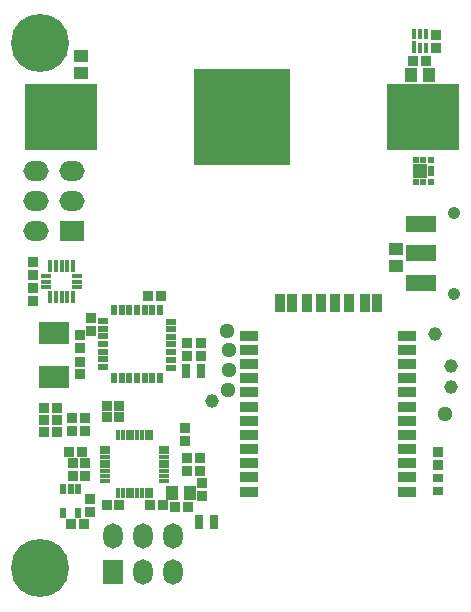
<source format=gts>
G04 (created by PCBNEW (2013-05-31 BZR 4019)-stable) date 6/2/2014 4:07:52 PM*
%MOIN*%
G04 Gerber Fmt 3.4, Leading zero omitted, Abs format*
%FSLAX34Y34*%
G01*
G70*
G90*
G04 APERTURE LIST*
%ADD10C,0.00590551*%
%ADD11C,0.0454*%
%ADD12R,0.0375X0.0335*%
%ADD13R,0.031X0.046*%
%ADD14R,0.0998882X0.0723291*%
%ADD15R,0.0335X0.0375*%
%ADD16R,0.021748X0.0319843*%
%ADD17R,0.0611181X0.0374961*%
%ADD18R,0.0374961X0.0611181*%
%ADD19R,0.0335X0.0295*%
%ADD20R,0.0847X0.066*%
%ADD21O,0.0847X0.066*%
%ADD22R,0.017811X0.0424173*%
%ADD23R,0.0374961X0.017811*%
%ADD24R,0.0371X0.0194*%
%ADD25R,0.0194X0.0371*%
%ADD26R,0.013274X0.0368961*%
%ADD27R,0.0368961X0.013274*%
%ADD28R,0.104425X0.0532441*%
%ADD29C,0.0414331*%
%ADD30R,0.24222X0.222535*%
%ADD31R,0.320961X0.320961*%
%ADD32R,0.0454X0.0414*%
%ADD33R,0.0414X0.0454*%
%ADD34R,0.021748X0.0247008*%
%ADD35R,0.0453701X0.0473386*%
%ADD36R,0.0170236X0.0355276*%
%ADD37R,0.0170236X0.0394646*%
%ADD38C,0.051*%
%ADD39C,0.1935*%
%ADD40O,0.0650551X0.0847402*%
%ADD41R,0.0650551X0.0847402*%
G04 APERTURE END LIST*
G54D10*
G54D11*
X92450Y-44350D03*
X91900Y-43300D03*
X84460Y-45510D03*
X92450Y-45050D03*
G54D12*
X82771Y-42030D03*
X82339Y-42030D03*
X79316Y-46150D03*
X78884Y-46150D03*
X78884Y-45750D03*
X79316Y-45750D03*
G54D13*
X83614Y-44530D03*
X84116Y-44530D03*
G54D14*
X79205Y-43251D03*
X79205Y-44708D03*
G54D15*
X80085Y-43314D03*
X80085Y-43746D03*
G54D12*
X79316Y-46550D03*
X78884Y-46550D03*
G54D15*
X80455Y-43191D03*
X80455Y-42759D03*
X80085Y-44636D03*
X80085Y-44204D03*
X83635Y-44026D03*
X83635Y-43594D03*
X91955Y-33334D03*
X91955Y-33766D03*
X84095Y-44026D03*
X84095Y-43594D03*
G54D12*
X91184Y-34200D03*
X91616Y-34200D03*
G54D15*
X92025Y-47666D03*
X92025Y-47234D03*
X80235Y-46521D03*
X80235Y-46089D03*
X79815Y-46521D03*
X79815Y-46089D03*
G54D12*
X79774Y-49635D03*
X80206Y-49635D03*
G54D15*
X79840Y-48031D03*
X79840Y-47599D03*
X83560Y-46429D03*
X83560Y-46861D03*
G54D12*
X81391Y-46050D03*
X80959Y-46050D03*
X81391Y-45680D03*
X80959Y-45680D03*
G54D15*
X83645Y-47841D03*
X83645Y-47409D03*
X84070Y-47841D03*
X84070Y-47409D03*
G54D12*
X80136Y-47225D03*
X79704Y-47225D03*
G54D15*
X80254Y-48026D03*
X80254Y-47594D03*
G54D12*
X82836Y-48990D03*
X82404Y-48990D03*
X81391Y-49000D03*
X80959Y-49000D03*
G54D15*
X84150Y-48259D03*
X84150Y-48691D03*
G54D12*
X83254Y-49065D03*
X83686Y-49065D03*
G54D16*
X80019Y-48455D03*
X79500Y-48455D03*
X79760Y-48455D03*
X79500Y-49255D03*
X80019Y-49255D03*
G54D17*
X90987Y-48539D03*
X90987Y-48067D03*
X90987Y-47594D03*
X90987Y-47122D03*
X90987Y-46650D03*
X90987Y-46177D03*
X90987Y-45705D03*
X90987Y-45232D03*
X90987Y-44760D03*
X90987Y-44287D03*
X90987Y-43815D03*
X90987Y-43342D03*
X85712Y-43342D03*
X85712Y-43815D03*
X85712Y-44287D03*
X85712Y-44760D03*
X85712Y-45232D03*
X85712Y-45705D03*
X85712Y-46177D03*
X85712Y-46650D03*
X85712Y-47122D03*
X85712Y-47594D03*
X85712Y-48067D03*
X85712Y-48539D03*
G54D18*
X86735Y-42240D03*
X87129Y-42240D03*
X87641Y-42240D03*
X88113Y-42240D03*
X88586Y-42240D03*
X89058Y-42240D03*
X89570Y-42240D03*
X89964Y-42240D03*
G54D19*
X92025Y-48084D03*
X92025Y-48516D03*
G54D15*
X80420Y-49211D03*
X80420Y-48779D03*
G54D20*
X79813Y-39850D03*
G54D21*
X78617Y-39850D03*
X79813Y-38850D03*
X78617Y-38850D03*
X79813Y-37850D03*
X78617Y-37850D03*
G54D15*
X78510Y-42191D03*
X78510Y-41759D03*
X78510Y-41316D03*
X78510Y-40884D03*
G54D22*
X79853Y-41033D03*
X79656Y-41033D03*
X79066Y-41033D03*
X79263Y-41033D03*
X79460Y-41033D03*
X79460Y-42046D03*
X79263Y-42046D03*
X79066Y-42046D03*
X79656Y-42046D03*
X79853Y-42046D03*
G54D23*
X78958Y-41540D03*
X79961Y-41540D03*
X78958Y-41736D03*
X78958Y-41343D03*
X79961Y-41736D03*
X79961Y-41343D03*
G54D24*
X80850Y-43110D03*
X80850Y-43366D03*
X80850Y-43622D03*
X80850Y-43878D03*
G54D25*
X81204Y-44745D03*
X81460Y-44745D03*
X81716Y-44745D03*
X81972Y-44745D03*
X82228Y-44745D03*
X82484Y-44745D03*
X82740Y-44745D03*
G54D24*
X80850Y-42854D03*
X83095Y-44410D03*
X83095Y-44154D03*
X83095Y-43898D03*
X83095Y-43622D03*
X83095Y-43386D03*
X83095Y-43130D03*
X83095Y-42874D03*
G54D25*
X82740Y-42500D03*
X82484Y-42500D03*
X82228Y-42500D03*
X81972Y-42500D03*
X81716Y-42500D03*
X81460Y-42500D03*
X81204Y-42500D03*
G54D24*
X80850Y-44134D03*
X80850Y-44390D03*
G54D26*
X81504Y-48597D03*
X81662Y-48597D03*
X81819Y-48597D03*
X81977Y-48597D03*
X82449Y-48597D03*
G54D27*
X82872Y-48174D03*
X82872Y-48017D03*
X82872Y-47859D03*
X82872Y-47702D03*
X82872Y-47545D03*
X82872Y-47387D03*
G54D26*
X81347Y-48597D03*
G54D27*
X82872Y-47230D03*
X82872Y-47072D03*
G54D26*
X82449Y-46649D03*
X82292Y-46649D03*
X82134Y-46649D03*
X81977Y-46649D03*
X81819Y-46649D03*
X81662Y-46649D03*
X81504Y-46649D03*
X81347Y-46649D03*
G54D27*
X80924Y-47072D03*
X80924Y-47230D03*
X80924Y-47387D03*
X80924Y-47545D03*
G54D26*
X82134Y-48597D03*
X82292Y-48597D03*
G54D27*
X80924Y-47702D03*
X80924Y-47859D03*
X80924Y-48017D03*
X80924Y-48174D03*
G54D28*
X91450Y-40600D03*
X91450Y-41584D03*
X91450Y-39615D03*
G54D29*
X92532Y-41938D03*
X92532Y-39261D03*
G54D30*
X91498Y-36050D03*
X79451Y-36050D03*
G54D31*
X85475Y-36050D03*
G54D32*
X80100Y-34596D03*
X80100Y-34004D03*
G54D33*
X91104Y-34640D03*
X91696Y-34640D03*
G54D32*
X90615Y-40444D03*
X90615Y-41036D03*
G54D33*
X83154Y-48575D03*
X83746Y-48575D03*
G54D34*
X91780Y-38209D03*
X91269Y-38209D03*
X91525Y-38209D03*
X91525Y-37490D03*
X91269Y-37490D03*
X91780Y-37490D03*
G54D35*
X91406Y-37850D03*
G54D16*
X91780Y-37850D03*
G54D36*
X91405Y-33756D03*
X91601Y-33756D03*
X91601Y-33303D03*
X91405Y-33303D03*
X91208Y-33303D03*
G54D37*
X91208Y-33736D03*
G54D38*
X85020Y-45150D03*
X92230Y-45960D03*
X85040Y-44500D03*
X85030Y-43810D03*
X84980Y-43200D03*
G54D39*
X78750Y-51100D03*
X78750Y-33600D03*
G54D40*
X83190Y-50016D03*
X83190Y-51213D03*
G54D41*
X81190Y-51213D03*
G54D40*
X81190Y-50016D03*
X82190Y-51213D03*
X82190Y-50016D03*
G54D13*
X84531Y-49545D03*
X84029Y-49545D03*
M02*

</source>
